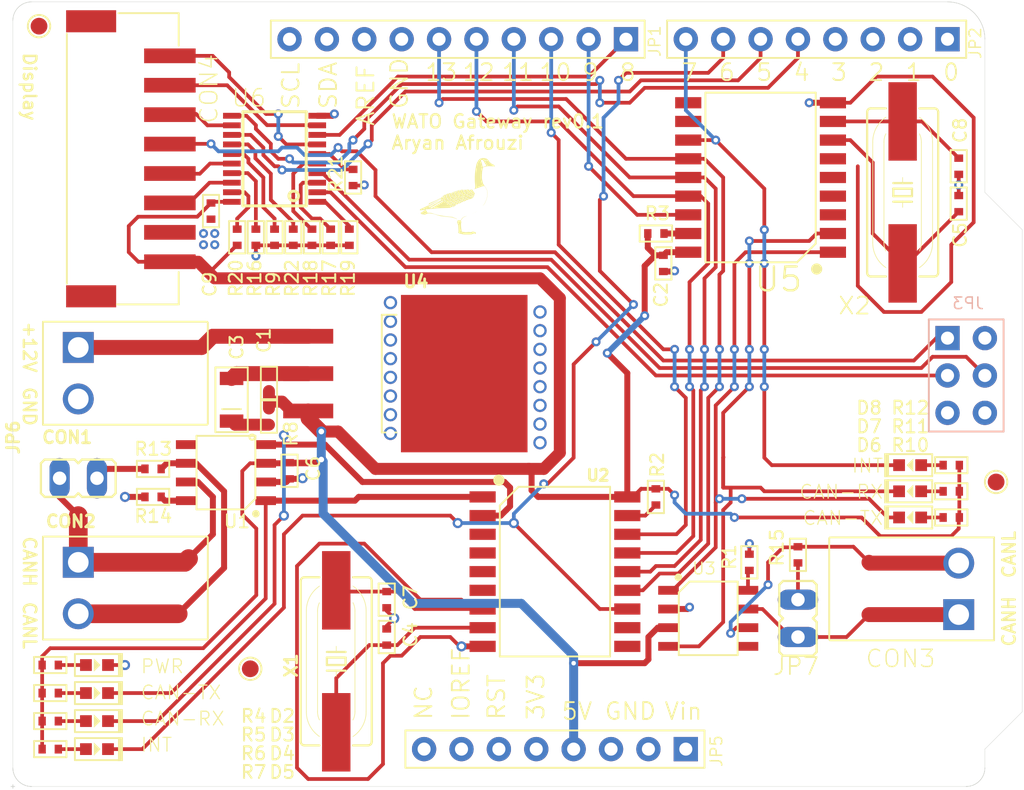
<source format=kicad_pcb>
(kicad_pcb (version 20221018) (generator pcbnew)
  (layers (0 "F.Cu" signal) (31 "B.Cu" signal) (35 "F.Paste" user) (36 "B.SilkS" user "B.Silkscreen") (37 "F.SilkS" user "F.Silkscreen") (38 "B.Mask" user) (39 "F.Mask" user) (44 "Edge.Cuts" user))
  (net 0 "")
  (net 1 "GND")
  (net 2 "IO0")
  (net 3 "VIN")
  (net 4 "N$16")
  (net 5 "N$17")
  (net 6 "RST_N")
  (net 7 "IO1")
  (net 8 "V+")
  (net 9 "RST")
  (net 10 "REF")
  (net 11 "ADC7")
  (net 12 "ADC6")
  (net 13 "IO3")
  (net 14 "MISO_A")
  (net 15 "MISO_B")
  (net 16 "MOSI_A")
  (net 17 "MOSI_B")
  (net 18 "SCK_A")
  (net 19 "SCK_B")
  (net 20 "+5V")
  (net 21 "+3V3")
  (net 22 "N$4")
  (net 23 "N$6")
  (net 24 "N$1")
  (net 25 "N$5")
  (net 26 "N$8")
  (net 27 "N$2")
  (net 28 "N$9")
  (net 29 "IO2")
  (net 30 "N$3")
  (net 31 "N$7")
  (net 32 "RST_N1")
  (net 33 "N$10")
  (net 34 "N$12")
  (net 35 "N$13")
  (net 36 "N$14")
  (net 37 "N$15")
  (net 38 "CANH_0")
  (net 39 "CANL_0")
  (net 40 "TX_CAN_0")
  (net 41 "RX_CAN_0")
  (net 42 "TX_CAN_1")
  (net 43 "RX_CAN_1")
  (net 44 "CANH_1")
  (net 45 "CANL_1")
  (net 46 "INT_0")
  (net 47 "INT_1")
  (net 48 "165_~{CS}")
  (net 49 "164_CS")
  (net 50 "LCD_~{CS}")
  (net 51 "N$11")
  (net 52 "N$18")
  (net 53 "N$20")
  (net 54 "N$21")
  (net 55 "N$22")
  (net 56 "N$23")
  (net 57 "N$24")
  (net 58 "N$25")
  (net 59 "N$26")
  (net 60 "N$27")
  (net 61 "N$28")
  (net 62 "CS_0")
  (net 63 "CS_1")
  (net 64 "N$19")
  (net 65 "N$29")
  (footprint "TP_4545" (layer "F.Cu") (at 181.08275 110.90295)
    (fp_text reference "TP2" hide)
    (fp_text value "" hide)
  )
  (footprint "R0402" (layer "F.Cu") (at 132.06075 94.26595 -90)
    (fp_text reference "R9")
    (fp_text value "10k" hide)
  )
  (footprint "R0402" (layer "F.Cu") (at 116.82075 129.06395 180)
    (fp_text reference "R7")
    (fp_text value "1k" hide)
  )
  (footprint "R0402" (layer "F.Cu") (at 164.31875 116.36395 90)
    (fp_text reference "R1")
    (fp_text value "47k" hide)
  )
  (footprint "R0402" (layer "F.Cu") (at 167.62075 115.85595 -90)
    (fp_text reference "R15")
    (fp_text value "120" hide)
  )
  (footprint "LED0603" (layer "F.Cu") (at 119.99575 123.34895 180)
    (fp_text reference "D2")
    (fp_text value "Green" hide)
  )
  (footprint "HC49UP" (layer "F.Cu") (at 174.73275 91.21795 -90)
    (fp_text reference "X2")
    (fp_text value "16MHz")
  )
  (footprint "PW_R-PDSO-G20" (layer "F.Cu") (at 132.06075 88.93195 90)
    (fp_text reference "U6")
    (fp_text value "74241PW")
  )
  (footprint "R0402" (layer "F.Cu") (at 123.80575 110.01395 180)
    (fp_text reference "R13")
    (fp_text value "120" hide)
  )
  (footprint "LED0603" (layer "F.Cu") (at 175.24075 109.75995)
    (fp_text reference "D8")
    (fp_text value "Blue" hide)
  )
  (footprint "JP1" (layer "F.Cu") (at 167.62075 120.17395)
    (fp_text reference "JP7")
    (fp_text value "")
  )
  (footprint "C0402" (layer "F.Cu") (at 178.54275 91.97995 -90)
    (fp_text reference "C5")
    (fp_text value "22p" hide)
  )
  (footprint "R0402" (layer "F.Cu") (at 137.14075 94.26595 -90)
    (fp_text reference "R19")
    (fp_text value "10k" hide)
  )
  (footprint "C0402" (layer "F.Cu") (at 131.67975 104.17195 90)
    (fp_text reference "C1")
    (fp_text value ".1u" hide)
  )
  (footprint "SOIC8-6.0" (layer "F.Cu") (at 161.52475 120.17395 -90)
    (fp_text reference "U3")
    (fp_text value "MCP2551")
  )
  (footprint "SOIC18" (layer "F.Cu") (at 165.08075 90.20195 90)
    (fp_text reference "U5")
    (fp_text value "MCP2515")
  )
  (footprint "C0402" (layer "F.Cu") (at 127.74275 92.48795 -90)
    (fp_text reference "C9")
    (fp_text value ".1u" hide)
  )
  (footprint "R0402" (layer "F.Cu") (at 133.33075 94.26595 -90)
    (fp_text reference "R22")
    (fp_text value "10k" hide)
  )
  (footprint "R0402" (layer "F.Cu") (at 116.82075 123.34895 180)
    (fp_text reference "R4")
    (fp_text value "1k" hide)
  )
  (footprint "R0402" (layer "F.Cu") (at 157.96875 111.91895 -90)
    (fp_text reference "R2")
    (fp_text value "10k" hide)
  )
  (footprint "LED0603" (layer "F.Cu") (at 119.99575 125.25395 180)
    (fp_text reference "D3")
    (fp_text value "Green" hide)
  )
  (footprint "ARDUINO_JP3" (layer "F.Cu") (at 114.28075 131.60395)
    (fp_text reference "JP3" hide)
    (fp_text value "ARDUINO_JP3" hide)
  )
  (footprint "LOGO" (layer "F.Cu") (at 144.478724 91.480572)
    (fp_text reference "G***" hide)
    (fp_text value "LOGO" hide)
  )
  (footprint "R0402" (layer "F.Cu") (at 137.39475 90.20195 -90)
    (fp_text reference "R21")
    (fp_text value "10k" hide)
  )
  (footprint "R0402" (layer "F.Cu") (at 178.03475 113.31595)
    (fp_text reference "R10")
    (fp_text value "1k" hide)
  )
  (footprint "LED0603" (layer "F.Cu") (at 175.24075 113.31595)
    (fp_text reference "D6")
    (fp_text value "Green" hide)
  )
  (footprint "C0402" (layer "F.Cu") (at 178.54275 89.43995 90)
    (fp_text reference "C8")
    (fp_text value "22p" hide)
  )
  (footprint "R0402" (layer "F.Cu") (at 131.67975 106.45795 -90)
    (fp_text reference "R8")
    (fp_text value ".3" hide)
  )
  (footprint "R0402" (layer "F.Cu") (at 123.80575 111.91895 180)
    (fp_text reference "R14")
    (fp_text value "47k" hide)
  )
  (footprint "C0402" (layer "F.Cu") (at 133.07675 110.14095 -90)
    (fp_text reference "C6")
    (fp_text value ".1u" hide)
  )
  (footprint "LED0603" (layer "F.Cu") (at 119.99575 127.15895 180)
    (fp_text reference "D4")
    (fp_text value "Red" hide)
  )
  (footprint "R0402" (layer "F.Cu") (at 135.87075 94.26595 -90)
    (fp_text reference "R17")
    (fp_text value "10k" hide)
  )
  (footprint "ARDUINO_JP2" (layer "F.Cu") (at 114.28075 131.60395)
    (fp_text reference "JP2" hide)
    (fp_text value "ARDUINO_JP2" hide)
  )
  (footprint "R0402" (layer "F.Cu") (at 116.82075 127.15895 180)
    (fp_text reference "R6")
    (fp_text value "1k" hide)
  )
  (footprint "ARDUINO_JP5" (layer "F.Cu") (at 114.28075 131.60395)
    (fp_text reference "JP5" hide)
    (fp_text value "ARDUINO_JP5" hide)
  )
  (footprint "C0402" (layer "F.Cu") (at 139.68075 118.90395 90)
    (fp_text reference "C7")
    (fp_text value "22p" hide)
  )
  (footprint "PHOENIX_2_45" (layer "F.Cu") (at 118.72575 116.36395 -90)
    (fp_text reference "CON2")
    (fp_text value "CON23.5MM" hide)
  )
  (footprint "R0402" (layer "F.Cu") (at 178.03475 111.53795)
    (fp_text reference "R11")
    (fp_text value "1k" hide)
  )
  (footprint "R0402" (layer "F.Cu") (at 129.52075 94.26595 90)
    (fp_text reference "R20")
    (fp_text value "10k" hide)
  )
  (footprint "TP_4545" (layer "F.Cu") (at 130.40975 123.60295)
    (fp_text reference "TP1" hide)
    (fp_text value "" hide)
  )
  (footprint "LED0603" (layer "F.Cu") (at 175.24075 111.53795)
    (fp_text reference "D7")
    (fp_text value "Red" hide)
  )
  (footprint "JP1" (layer "F.Cu") (at 118.72575 110.64895 -90)
    (fp_text reference "JP6")
    (fp_text value "")
  )
  (footprint "R0402" (layer "F.Cu") (at 130.79075 94.26595 -90)
    (fp_text reference "R16")
    (fp_text value "10k" hide)
  )
  (footprint "PH-8-SM" (layer "F.Cu") (at 124.94875 88.93195 90)
    (fp_text reference "CON4")
    (fp_text value "CON8" hide)
  )
  (footprint "C0402" (layer "F.Cu") (at 139.68075 121.44395 -90)
    (fp_text reference "C4")
    (fp_text value "22p" hide)
  )
  (footprint "PHOENIX_2_45" (layer "F.Cu") (at 178.54275 119.91995 90)
    (fp_text reference "CON3")
    (fp_text value "CON23.5MM" hide)
  )
  (footprint "SOIC8-6.0" (layer "F.Cu") (at 128.75875 110.26795 90)
    (fp_text reference "U1")
    (fp_text value "MCP2551")
  )
  (footprint "TP_4545" (layer "F.Cu") (at 116.05875 79.91495)
    (fp_text reference "TP3" hide)
    (fp_text value "" hide)
  )
  (footprint "R0402" (layer "F.Cu") (at 134.60075 94.26595 -90)
    (fp_text reference "R18")
    (fp_text value "10k" hide)
  )
  (footprint "PHOENIX_2_45" (layer "F.Cu") (at 118.72575 101.75895 -90)
    (fp_text reference "CON1")
    (fp_text value "CON23.5MM" hide)
  )
  (footprint "HC49UP" (layer "F.Cu") (at 136.25175 123.09495 90)
    (fp_text reference "X1")
    (fp_text value "16MHz")
  )
  (footprint "ARDUINO_JP1" (layer "F.Cu") (at 114.28075 131.60395)
    (fp_text reference "JP1" hide)
    (fp_text value "ARDUINO_JP1" hide)
  )
  (footprint "LED0603" (layer "F.Cu") (at 119.99575 129.06395 180)
    (fp_text reference "D5")
    (fp_text value "Blue" hide)
  )
  (footprint "R0402" (layer "F.Cu") (at 178.03475 109.75995)
    (fp_text reference "R12")
    (fp_text value "1k" hide)
  )
  (footprint "R0402" (layer "F.Cu") (at 116.82075 125.25395 180)
    (fp_text reference "R5")
    (fp_text value "1k" hide)
  )
  (footprint "TO-263" (layer "F.Cu") (at 134.34675 103.53695 -90)
    (fp_text reference "U4")
    (fp_text value "TL750M" hide)
  )
  (footprint "C0402" (layer "F.Cu") (at 158.47675 96.04395 -90)
    (fp_text reference "C2")
    (fp_text value ".1u" hide)
  )
  (footprint "SOIC18" (layer "F.Cu") (at 151.11075 116.99895 -90)
    (fp_text reference "U2")
    (fp_text value "MCP2515")
  )
  (footprint "R0402" (layer "F.Cu") (at 157.96875 94.01195)
    (fp_text reference "R3")
    (fp_text value "10k" hide)
  )
  (footprint "CP1206" (layer "F.Cu") (at 129.13975 105.31495 90)
    (fp_text reference "C3")
    (fp_text value "33u" hide)
  )
  (gr_line (start 114.15375 131.60395) (end 114.40775 131.60395) (stroke (width 0.05)) (layer "Edge.Cuts"))
  (gr_arc (start 115.55075 131.60395) (mid 114.652724 131.231976) (end 114.28075 130.33395) (stroke (width 0.0254)) (layer "Edge.Cuts"))
  (gr_arc (start 180.32075 130.33395) (mid 179.948776 131.231976) (end 179.05075 131.60395) (stroke (width 0.0254)) (layer "Edge.Cuts"))
  (gr_arc (start 180.32075 130.33395) (mid 179.948776 131.231976) (end 179.05075 131.60395) (stroke (width 0.0254)) (layer "Edge.Cuts"))
  (gr_line (start 114.28075 131.47695) (end 114.28075 131.73095) (stroke (width 0.05)) (layer "Edge.Cuts"))
  (gr_arc (start 114.28075 79.53395) (mid 114.652724 78.635924) (end 115.55075 78.26395) (stroke (width 0.0254)) (layer "Edge.Cuts"))
  (gr_arc (start 114.28075 79.53395) (mid 114.652724 78.635924) (end 115.55075 78.26395) (stroke (width 0.0254)) (layer "Edge.Cuts"))
  (gr_line (start 182.86075 93.75795) (end 180.32075 91.21795) (stroke (width 0.0254)) (layer "Edge.Cuts"))
  (gr_line (start 114.28075 79.53395) (end 114.28075 130.33395) (stroke (width 0.0254)) (layer "Edge.Cuts"))
  (gr_arc (start 180.32075 130.33395) (mid 179.948776 131.231976) (end 179.05075 131.60395) (stroke (width 0.0254)) (layer "Edge.Cuts"))
  (gr_arc (start 177.78075 78.26395) (mid 179.576801 79.007899) (end 180.32075 80.80395) (stroke (width 0.0254)) (layer "Edge.Cuts"))
  (gr_arc (start 177.78075 78.26395) (mid 179.576801 79.007899) (end 180.32075 80.80395) (stroke (width 0.0254)) (layer "Edge.Cuts"))
  (gr_line (start 180.32075 129.06395) (end 180.32075 130.33395) (stroke (width 0.0254)) (layer "Edge.Cuts"))
  (gr_arc (start 115.55075 131.60395) (mid 114.652724 131.231976) (end 114.28075 130.33395) (stroke (width 0.0254)) (layer "Edge.Cuts"))
  (gr_line (start 115.55075 131.60395) (end 179.05075 131.60395) (stroke (width 0.0254)) (layer "Edge.Cuts"))
  (gr_line (start 182.86075 93.75795) (end 182.86075 126.52395) (stroke (width 0.0254)) (layer "Edge.Cuts"))
  (gr_arc (start 177.78075 78.26395) (mid 179.576801 79.007899) (end 180.32075 80.80395) (stroke (width 0.0254)) (layer "Edge.Cuts"))
  (gr_arc (start 115.55075 131.60395) (mid 114.652724 131.231976) (end 114.28075 130.33395) (stroke (width 0.0254)) (layer "Edge.Cuts"))
  (gr_line (start 177.78075 78.26395) (end 115.55075 78.26395) (stroke (width 0.0254)) (layer "Edge.Cuts"))
  (gr_arc (start 115.55075 131.60395) (mid 114.652724 131.231976) (end 114.28075 130.33395) (stroke (width 0.0254)) (layer "Edge.Cuts"))
  (gr_line (start 180.32075 129.06395) (end 182.86075 126.52395) (stroke (width 0.0254)) (layer "Edge.Cuts"))
  (gr_arc (start 114.28075 79.53395) (mid 114.652724 78.635924) (end 115.55075 78.26395) (stroke (width 0.0254)) (layer "Edge.Cuts"))
  (gr_arc (start 180.32075 130.33395) (mid 179.948776 131.231976) (end 179.05075 131.60395) (stroke (width 0.0254)) (layer "Edge.Cuts"))
  (gr_line (start 180.32075 91.21795) (end 180.32075 80.80395) (stroke (width 0.0254)) (layer "Edge.Cuts"))
  (gr_text "CAN-RX" (at 173.46275 111.02995) (layer "F.SilkS") (effects (font (size 0.93472 0.93472) (thickness 0.08128)) (justify right top)))
  (gr_text "+12V" (at 114.91575 99.91745 270) (layer "F.SilkS") (effects (font (size 0.85344 0.85344) (thickness 0.16256)) (justify left bottom)))
  (gr_text "CANL" (at 114.91575 118.96745 270) (layer "F.SilkS") (effects (font (size 0.85344 0.85344) (thickness 0.16256)) (justify left bottom)))
  (gr_text "INT" (at 173.46275 109.25195) (layer "F.SilkS") (effects (font (size 0.93472 0.93472) (thickness 0.08128)) (justify right top)))
  (gr_text "PWR" (at 122.91675 123.98395) (layer "F.SilkS") (effects (font (size 0.93472 0.93472) (thickness 0.08128)) (justify left bottom)))
  (gr_text "GND" (at 114.91575 104.36245 270) (layer "F.SilkS") (effects (font (size 0.85344 0.85344) (thickness 0.16256)) (justify left bottom)))
  (gr_text "INT" (at 122.91675 129.31795) (layer "F.SilkS") (effects (font (size 0.93472 0.93472) (thickness 0.08128)) (justify left bottom)))
  (gr_text "WATO Gateway rev0.1\nAryan Afrouzi" (at 139.92952 88.370402) (layer "F.SilkS") (effects (font (size 0.9 0.9)) (justify left bottom)))
  (gr_text "CAN-TX" (at 173.46275 112.80795) (layer "F.SilkS") (effects (font (size 0.93472 0.93472) (thickness 0.08128)) (justify right top)))
  (gr_text "CAN-TX" (at 122.91675 125.76195) (layer "F.SilkS") (effects (font (size 0.93472 0.93472) (thickness 0.08128)) (justify left bottom)))
  (gr_text "Display" (at 114.91575 81.62945 270) (layer "F.SilkS") (effects (font (size 0.85344 0.85344) (thickness 0.16256)) (justify left bottom)))
  (gr_text "CANL" (at 181.46375 114.14145 90) (layer "F.SilkS") (effects (font (size 0.85344 0.85344) (thickness 0.16256)) (justify right top)))
  (gr_text "CANH" (at 114.91575 114.52245 270) (layer "F.SilkS") (effects (font (size 0.85344 0.85344) (thickness 0.16256)) (justify left bottom)))
  (gr_text "CANH" (at 181.46375 118.58645 90) (layer "F.SilkS") (effects (font (size 0.85344 0.85344) (thickness 0.16256)) (justify right top)))
  (gr_text "CAN-RX" (at 122.91675 127.53995) (layer "F.SilkS") (effects (font (size 0.93472 0.93472) (thickness 0.08128)) (justify left bottom)))
  (segment (start 159.19675 96.59395) (end 159.23875 96.55195) (width 0.4064) (layer "F.Cu") (net 1))
  (segment (start 132.06075 94.81595) (end 134.60075 94.81595) (width 0.254) (layer "F.Cu") (net 1))
  (segment (start 176.76475 83.34395) (end 179.55875 86.13795) (width 0.254) (layer "F.Cu") (net 1))
  (segment (start 178.54275 90.70995) (end 178.54275 89.98995) (width 0.254) (layer "F.Cu") (net 1))
  (segment (start 139.68075 120.68195) (end 140.18875 120.17395) (width 0.254) (layer "F.Cu") (net 1))
  (segment (start 158.82475 119.53895) (end 160.12775 119.53895) (width 0.4064) (layer "F.Cu") (net 1))
  (segment (start 134.60075 94.81595) (end 135.87075 94.81595) (width 0.254) (layer "F.Cu") (net 1))
  (segment (start 135.10875 115.09395) (end 138.15675 115.09395) (width 0.254) (layer "F.Cu") (net 1))
  (segment (start 131.45875 110.90295) (end 132.86475 110.90295) (width 0.4064) (layer "F.Cu") (net 1))
  (segment (start 178.03475 94.77395) (end 178.03475 97.31395) (width 0.254) (layer "F.Cu") (net 1))
  (segment (start 173.46275 99.34595) (end 171.68475 97.56795) (width 0.254) (layer "F.Cu") (net 1))
  (segment (start 169.99565 85.12195) (end 171.17675 85.12195) (width 0.254) (layer "F.Cu") (net 1))
  (segment (start 131.67975 103.62195) (end 131.63775 103.62195) (width 0.254) (layer "F.Cu") (net 1))
  (segment (start 138.11475 90.75195) (end 138.15675 90.70995) (width 0.254) (layer "F.Cu") (net 1))
  (segment (start 172.95475 83.34395) (end 176.76475 83.34395) (width 0.254) (layer "F.Cu") (net 1))
  (segment (start 123.25575 111.91895) (end 121.90075 111.91895) (width 0.4064) (layer "F.Cu") (net 1))
  (segment (start 139.68075 119.45395) (end 139.68075 119.66595) (width 0.254) (layer "F.Cu") (net 1))
  (segment (start 178.03475 97.31395) (end 176.00275 99.34595) (width 0.254) (layer "F.Cu") (net 1))
  (segment (start 129.46775 103.53695) (end 129.13975 103.86495) (width 1.016) (layer "F.Cu") (net 1))
  (segment (start 144.76075 122.07895) (end 144.63375 122.07895) (width 0.254) (layer "F.Cu") (net 1))
  (segment (start 139.42675 123.22195) (end 139.42675 130.07995) (width 0.254) (layer "F.Cu") (net 1))
  (segment (start 171.17675 85.12195) (end 172.95475 83.34395) (width 0.254) (layer "F.Cu") (net 1))
  (segment (start 164.31875 115.81395) (end 164.31875 115.09395) (width 0.254) (layer "F.Cu") (net 1))
  (segment (start 133.58475 116.61795) (end 135.10875 115.09395) (width 0.254) (layer "F.Cu") (net 1))
  (segment (start 139.68075 120.89395) (end 139.68075 120.68195) (width 0.254) (layer "F.Cu") (net 1))
  (segment (start 158.47675 96.59395) (end 159.19675 96.59395) (width 0.4064) (layer "F.Cu") (net 1))
  (segment (start 171.68475 97.56795) (end 171.68475 89.43995) (width 0.254) (layer "F.Cu") (net 1))
  (segment (start 141.96675 121.44395) (end 140.69675 122.71395) (width 0.254) (layer "F.Cu") (net 1))
  (segment (start 139.42675 130.07995) (end 138.41075 131.09595) (width 0.254) (layer "F.Cu") (net 1))
  (segment (start 146.19585 122.07895) (end 144.76075 122.07895) (width 0.4064) (layer "F.Cu") (net 1))
  (segment (start 133.07675 110.69095) (end 133.92375 110.69095) (width 0.4064) (layer "F.Cu") (net 1))
  (segment (start 134.34675 131.09595) (end 133.58475 130.33395) (width 0.254) (layer "F.Cu") (net 1))
  (segment (start 160.12775 119.53895) (end 160.25475 119.41195) (width 0.4064) (layer "F.Cu") (net 1))
  (segment (start 178.54275 91.42995) (end 178.54275 90.70995) (width 0.254) (layer "F.Cu") (net 1))
  (segment (start 137.39475 90.75195) (end 138.11475 90.75195) (width 0.254) (layer "F.Cu") (net 1))
  (segment (start 131.55275 103.53695) (end 129.46775 103.53695) (width 1.016) (layer "F.Cu") (net 1))
  (segment (start 120.74575 123.34895) (end 121.90075 123.34895) (width 0.254) (layer "F.Cu") (net 1))
  (segment (start 139.68075 119.66595) (end 140.18875 120.17395) (width 0.254) (layer "F.Cu") (net 1))
  (segment (start 132.06075 94.81595) (end 130.79075 94.81595) (width 0.254) (layer "F.Cu") (net 1))
  (segment (start 130.79075 94.81595) (end 130.79075 95.53595) (width 0.254) (layer "F.Cu") (net 1))
  (segment (start 131.55275 103.53695) (end 134.34675 103.53695) (width 1.016) (layer "F.Cu") (net 1))
  (segment (start 138.15675 115.09395) (end 141.96675 118.90395) (width 0.254) (layer "F.Cu") (net 1))
  (segment (start 179.55875 86.13795) (end 179.55875 93.24995) (width 0.254) (layer "F.Cu") (net 1))
  (segment (start 168.38275 85.12195) (end 169.99565 85.12195) (width 0.4064) (layer "F.Cu") (net 1))
  (segment (start 139.93475 122.71395) (end 139.42675 123.22195) (width 0.254) (layer "F.Cu") (net 1))
  (segment (start 131.63775 103.62195) (end 131.55275 103.53695) (width 0.254) (layer "F.Cu") (net 1))
  (segment (start 144.63375 122.07895) (end 143.99875 121.44395) (width 0.254) (layer "F.Cu") (net 1))
  (segment (start 138.41075 131.09595) (end 134.34675 131.09595) (width 0.254) (layer "F.Cu") (net 1))
  (segment (start 141.96675 118.90395) (end 144.76075 118.90395) (width 0.254) (layer "F.Cu") (net 1))
  (segment (start 133.58475 130.33395) (end 133.58475 116.61795) (width 0.254) (layer "F.Cu") (net 1))
  (segment (start 132.86475 110.90295) (end 133.07675 110.69095) (width 0.4064) (layer "F.Cu") (net 1))
  (segment (start 135.87075 94.81595) (end 137.14075 94.81595) (width 0.254) (layer "F.Cu") (net 1))
  (segment (start 179.55875 93.24995) (end 178.03475 94.77395) (width 0.254) (layer "F.Cu") (net 1))
  (segment (start 143.99875 121.44395) (end 141.96675 121.44395) (width 0.254) (layer "F.Cu") (net 1))
  (segment (start 133.92375 110.69095) (end 133.96575 110.64895) (width 0.254) (layer "F.Cu") (net 1))
  (segment (start 134.96075 86.00695) (end 136.00175 86.00695) (width 0.4064) (layer "F.Cu") (net 1))
  (segment (start 136.00175 86.00695) (end 136.12475 85.88395) (width 0.4064) (layer "F.Cu") (net 1))
  (segment (start 176.00275 99.34595) (end 173.46275 99.34595) (width 0.254) (layer "F.Cu") (net 1))
  (segment (start 140.69675 122.71395) (end 139.93475 122.71395) (width 0.254) (layer "F.Cu") (net 1))
  (via (at 133.96575 110.64895) (size 0.6858) (drill 0.381) (layers "F.Cu" "B.Cu") (net 1))
  (via (at 150.09475 100.61595) (size 0.9048) (drill 0.6) (layers "F.Cu" "B.Cu") (net 1))
  (via (at 127.99675 94.01195) (size 0.6096) (drill 0.3048) (layers "F.Cu" "B.Cu") (net 1))
  (via (at 150.09475 104.42595) (size 0.9048) (drill 0.6) (layers "F.Cu" "B.Cu") (net 1))
  (via (at 139.93475 98.71095) (size 0.9048) (drill 0.6) (layers "F.Cu" "B.Cu") (net 1))
  (via (at 138.15675 90.70995) (size 0.6096) (drill 0.3048) (layers "F.Cu" "B.Cu") (net 1))
  (via (at 121.90075 111.91895) (size 0.6858) (drill 0.381) (layers "F.Cu" "B.Cu") (net 1))
  (via (at 121.90075 123.34895) (size 0.6858) (drill 0.381) (layers "F.Cu" "B.Cu") (net 1))
  (via (at 139.93475 103.79095) (size 0.9048) (drill 0.6) (layers "F.Cu" "B.Cu") (net 1))
  (via (at 164.31875 115.09395) (size 0.6096) (drill 0.3048) (layers "F.Cu" "B.Cu") (net 1))
  (via (at 150.09475 103.15595) (size 0.9048) (drill 0.6) (layers "F.Cu" "B.Cu") (net 1))
  (via (at 139.93475 101.25095) (size 0.9048) (drill 0.6) (layers "F.Cu" "B.Cu") (net 1))
  (via (at 127.23475 94.01195) (size 0.6096) (drill 0.3048) (layers "F.Cu" "B.Cu") (net 1))
  (via (at 144.76075 122.07895) (size 0.6858) (drill 0.381) (layers "F.Cu" "B.Cu") (net 1))
  (via (at 139.93475 102.52095) (size 0.9048) (drill 0.6) (layers "F.Cu" "B.Cu") (net 1))
  (via (at 150.09475 99.34595) (size 0.9048) (drill 0.6) (layers "F.Cu" "B.Cu") (net 1))
  (via (at 160.25475 119.41195) (size 0.6096) (drill 0.3048) (layers "F.Cu" "B.Cu") (net 1))
  (via (at 150.09475 105.69595) (size 0.9048) (drill 0.6) (layers "F.Cu" "B.Cu") (net 1))
  (via (at 159.23875 96.55195) (size 0.6096) (drill 0.3048) (layers "F.Cu" "B.Cu") (net 1))
  (via (at 136.12475 85.88395) (size 0.6096) (drill 0.3048) (layers "F.Cu" "B.Cu") (net 1))
  (via (at 139.93475 106.33095) (size 0.9048) (drill 0.6) (layers "F.Cu" "B.Cu") (net 1))
  (via (at 127.99675 94.77395) (size 0.6096) (drill 0.3048) (layers "F.Cu" "B.Cu") (net 1))
  (via (at 168.38275 85.12195) (size 0.6096) (drill 0.3048) (layers "F.Cu" "B.Cu") (net 1))
  (via (at 140.18875 120.17395) (size 0.6858) (drill 0.381) (layers "F.Cu" "B.Cu") (net 1))
  (via (at 178.54275 90.70995) (size 0.6096) (drill 0.3048) (layers "F.Cu" "B.Cu") (net 1))
  (via (at 139.93475 99.98095) (size 0.9048) (drill 0.6) (layers "F.Cu" "B.Cu") (net 1))
  (via (at 130.79075 95.53595) (size 0.6096) (drill 0.3048) (layers "F.Cu" "B.Cu") (net 1))
  (via (at 139.93475 107.60095) (size 0.9048) (drill 0.6) (layers "F.Cu" "B.Cu") (net 1))
  (via (at 139.93475 105.06095) (size 0.9048) (drill 0.6) (layers "F.Cu" "B.Cu") (net 1))
  (via (at 150.09475 106.96595) (size 0.9048) (drill 0.6) (layers "F.Cu" "B.Cu") (net 1))
  (via (at 127.23475 94.77395) (size 0.6096) (drill 0.3048) (layers "F.Cu" "B.Cu") (net 1))
  (via (at 150.09475 101.88595) (size 0.9048) (drill 0.6) (layers "F.Cu" "B.Cu") (net 1))
  (via (at 150.09475 108.23595) (size 0.9048) (drill 0.6) (layers "F.Cu" "B.Cu") (net 1))
  (segment (start 139.68075 118.35395) (end 136.33675 118.35395) (width 0.254) (layer "F.Cu") (net 4))
  (segment (start 141.58575 119.53895) (end 140.40075 118.35395) (width 0.254) (layer "F.Cu") (net 4))
  (segment (start 136.33675 118.35395) (end 136.25175 118.26895) (width 0.254) (layer "F.Cu") (net 4))
  (segment (start 139.68075 118.35395) (end 140.40075 118.35395) (width 0.254) (layer "F.Cu") (net 4))
  (segment (start 146.19585 119.53895) (end 141.58575 119.53895) (width 0.254) (layer "F.Cu") (net 4))
  (segment (start 146.19585 120.80895) (end 141.58575 120.80895) (width 0.254) (layer "F.Cu") (net 5))
  (segment (start 139.68075 121.99395) (end 140.40075 121.99395) (width 0.254) (layer "F.Cu") (net 5))
  (segment (start 139.68075 121.99395) (end 138.49575 121.99395) (width 0.254) (layer "F.Cu") (net 5))
  (segment (start 136.25175 124.23795) (end 138.49575 121.99395) (width 0.254) (layer "F.Cu") (net 5))
  (segment (start 136.25175 127.92095) (end 136.25175 124.23795) (width 0.254) (layer "F.Cu") (net 5))
  (segment (start 141.58575 120.80895) (end 140.40075 121.99395) (width 0.254) (layer "F.Cu") (net 5))
  (segment (start 156.02565 113.18895) (end 157.24875 113.18895) (width 0.254) (layer "F.Cu") (net 6))
  (segment (start 157.24875 113.18895) (end 157.96875 112.46895) (width 0.254) (layer "F.Cu") (net 6))
  (segment (start 127.86975 100.99695) (end 127.10775 101.75895) (width 1.016) (layer "F.Cu") (net 8))
  (segment (start 127.10775 101.75895) (end 118.72575 101.75895) (width 1.016) (layer "F.Cu") (net 8))
  (segment (start 134.34675 100.99695) (end 127.86975 100.99695) (width 1.016) (layer "F.Cu") (net 8))
  (segment (start 138.91875 89.69395) (end 137.64875 88.42395) (width 0.254) (layer "F.Cu") (net 14))
  (segment (start 136.63275 88.42395) (end 136.37875 88.16995) (width 0.254) (layer "F.Cu") (net 14))
  (segment (start 124.96475 87.91595) (end 124.94875 87.93195) (width 0.254) (layer "F.Cu") (net 14))
  (segment (start 177.78075 101.12395) (end 177.01875 101.12395) (width 0.254) (layer "F.Cu") (net 14))
  (segment (start 137.64875 88.42395) (end 136.63275 88.42395) (width 0.254) (layer "F.Cu") (net 14))
  (segment (start 138.91875 91.47195) (end 138.91875 89.69395) (width 0.254) (layer "F.Cu") (net 14))
  (segment (start 175.49475 102.64795) (end 158.47675 102.64795) (width 0.254) (layer "F.Cu") (net 14))
  (segment (start 142.72875 95.28195) (end 138.91875 91.47195) (width 0.254) (layer "F.Cu") (net 14))
  (segment (start 177.01875 101.12395) (end 175.49475 102.64795) (width 0.254) (layer "F.Cu") (net 14))
  (segment (start 151.11075 95.28195) (end 142.72875 95.28195) (width 0.254) (layer "F.Cu") (net 14))
  (segment (start 158.47675 102.64795) (end 151.11075 95.28195) (width 0.254) (layer "F.Cu") (net 14))
  (segment (start 127.74275 87.91595) (end 124.96475 87.91595) (width 0.254) (layer "F.Cu") (net 14))
  (via (at 127.74275 87.91595) (size 0.6096) (drill 0.3048) (layers "F.Cu" "B.Cu") (net 14))
  (via (at 136.37875 88.16995) (size 0.6096) (drill 0.3048) (layers "F.Cu" "B.Cu") (net 14))
  (segment (start 133.58475 88.16995) (end 132.56875 88.16995) (width 0.254) (layer "B.Cu") (net 14))
  (segment (start 134.09275 88.67795) (end 133.58475 88.16995) (width 0.254) (layer "B.Cu") (net 14))
  (segment (start 132.56875 88.16995) (end 132.31475 88.42395) (width 0.254) (layer "B.Cu") (net 14))
  (segment (start 128.25075 88.42395) (end 127.74275 87.91595) (width 0.254) (layer "B.Cu") (net 14))
  (segment (start 132.31475 88.42395) (end 128.25075 88.42395) (width 0.254) (layer "B.Cu") (net 14))
  (segment (start 135.87075 88.67795) (end 134.09275 88.67795) (width 0.254) (layer "B.Cu") (net 14))
  (segment (start 136.37875 88.16995) (end 135.87075 88.67795) (width 0.254) (layer "B.Cu") (net 14))
  (segment (start 160.25475 97.31395) (end 161.52475 96.04395) (width 0.254) (layer "F.Cu") (net 15))
  (segment (start 160.50875 114.58595) (end 160.50875 104.67995) (width 0.254) (layer "F.Cu") (net 15))
  (segment (start 159.36575 115.72895) (end 160.50875 114.58595) (width 0.254) (layer "F.Cu") (net 15))
  (segment (start 156.02565 115.72895) (end 159.36575 115.72895) (width 0.254) (layer "F.Cu") (net 15))
  (segment (start 161.01675 91.47195) (end 160.16585 91.47195) (width 0.254) (layer "F.Cu") (net 15))
  (segment (start 161.01675 91.47195) (end 161.52475 91.97995) (width 0.254) (layer "F.Cu") (net 15))
  (segment (start 160.16585 91.47195) (end 156.44475 91.47195) (width 0.254) (layer "F.Cu") (net 15))
  (segment (start 161.52475 91.97995) (end 161.52475 96.04395) (width 0.254) (layer "F.Cu") (net 15))
  (segment (start 151.36475 86.39195) (end 146.46255 86.39195) (width 0.254) (layer "F.Cu") (net 15))
  (segment (start 146.46255 86.39195) (end 145.77675 85.70615) (width 0.254) (layer "F.Cu") (net 15))
  (segment (start 160.25475 101.88595) (end 160.25475 97.31395) (width 0.254) (layer "F.Cu") (net 15))
  (segment (start 156.44475 91.47195) (end 151.36475 86.39195) (width 0.254) (layer "F.Cu") (net 15))
  (segment (start 160.50875 104.67995) (end 160.25475 104.42595) (width 0.254) (layer "F.Cu") (net 15))
  (via (at 160.25475 104.42595) (size 0.6096) (drill 0.3048) (layers "F.Cu" "B.Cu") (net 15))
  (via (at 145.77675 85.70615) (size 0.6096) (drill 0.3048) (layers "F.Cu" "B.Cu") (net 15))
  (via (at 160.25475 101.88595) (size 0.6096) (drill 0.3048) (layers "F.Cu" "B.Cu") (net 15))
  (segment (start 160.25475 104.42595) (end 160.25475 101.88595) (width 0.254) (layer "B.Cu") (net 15))
  (segment (start 145.77675 80.80395) (end 145.77675 85.70615) (width 0.254) (layer "B.Cu") (net 15))
  (segment (start 180.32075 103.66395) (end 179.05075 102.39395) (width 0.254) (layer "F.Cu") (net 16))
  (segment (start 158.22275 103.15595) (end 150.85675 95.78995) (width 0.254) (layer "F.Cu") (net 16))
  (segment (start 135.32175 89.90695) (end 141.20475 95.78995) (width 0.254) (layer "F.Cu") (net 16))
  (segment (start 134.96075 89.90695) (end 135.32175 89.90695) (width 0.254) (layer "F.Cu") (net 16))
  (segment (start 150.85675 95.78995) (end 141.20475 95.78995) (width 0.254) (layer "F.Cu") (net 16))
  (segment (start 179.05075 102.39395) (end 176.76475 102.39395) (width 0.254) (layer "F.Cu") (net 16))
  (segment (start 176.76475 102.39395) (end 176.00275 103.15595) (width 0.254) (layer "F.Cu") (net 16))
  (segment (start 176.00275 103.15595) (end 158.22275 103.15595) (width 0.254) (layer "F.Cu") (net 16))
  (segment (start 161.01675 104.67995) (end 161.27075 104.42595) (width 0.254) (layer "F.Cu") (net 17))
  (segment (start 160.16585 90.20195) (end 156.19075 90.20195) (width 0.254) (layer "F.Cu") (net 17))
  (segment (start 157.96875 116.61795) (end 159.23875 116.61795) (width 0.254) (layer "F.Cu") (net 17))
  (segment (start 162.03275 90.96395) (end 161.27075 90.20195) (width 0.254) (layer "F.Cu") (net 17))
  (segment (start 161.01675 114.83995) (end 161.01675 104.67995) (width 0.254) (layer "F.Cu") (net 17))
  (segment (start 148.57075 85.37595) (end 148.31675 85.62995) (width 0.254) (layer "F.Cu") (net 17))
  (segment (start 162.03275 96.29795) (end 162.03275 90.96395) (width 0.254) (layer "F.Cu") (net 17))
  (segment (start 159.23875 116.61795) (end 161.01675 114.83995) (width 0.254) (layer "F.Cu") (net 17))
  (segment (start 160.16585 90.20195) (end 160.16585 90.11305) (width 0.254) (layer "F.Cu") (net 17))
  (segment (start 151.36475 85.37595) (end 148.57075 85.37595) (width 0.254) (layer "F.Cu") (net 17))
  (segment (start 157.58775 116.99895) (end 157.96875 116.61795) (width 0.254) (layer "F.Cu") (net 17))
  (segment (start 161.27075 90.20195) (end 160.16585 90.20195) (width 0.254) (layer "F.Cu") (net 17))
  (segment (start 156.02565 116.99895) (end 157.58775 116.99895) (width 0.254) (layer "F.Cu") (net 17))
  (segment (start 161.27075 101.88595) (end 161.27075 97.05995) (width 0.254) (layer "F.Cu") (net 17))
  (segment (start 156.19075 90.20195) (end 151.36475 85.37595) (width 0.254) (layer "F.Cu") (net 17))
  (segment (start 161.27075 97.05995) (end 162.03275 96.29795) (width 0.254) (layer "F.Cu") (net 17))
  (segment (start 160.16585 90.11305) (end 160.00075 89.94795) (width 0.254) (layer "F.Cu") (net 17))
  (via (at 161.27075 101.88595) (size 0.6096) (drill 0.3048) (layers "F.Cu" "B.Cu") (net 17))
  (via (at 148.31675 85.62995) (size 0.6096) (drill 0.3048) (layers "F.Cu" "B.Cu") (net 17))
  (via (at 161.27075 104.42595) (size 0.6096) (drill 0.3048) (layers "F.Cu" "B.Cu") (net 17))
  (segment (start 161.27075 104.42595) (end 161.27075 101.88595) (width 0.254) (layer "B.Cu") (net 17))
  (segment (start 148.31675 80.80395) (end 148.31675 85.62995) (width 0.254) (layer "B.Cu") (net 17))
  (segment (start 150.60275 96.29795) (end 140.95075 96.29795) (width 0.254) (layer "F.Cu") (net 18))
  (segment (start 134.96075 91.20695) (end 135.85975 91.20695) (width 0.254) (layer "F.Cu") (net 18))
  (segment (start 135.85975 91.20695) (end 140.95075 96.29795) (width 0.254) (layer "F.Cu") (net 18))
  (segment (start 177.78075 103.66395) (end 157.96875 103.66395) (width 0.254) (layer "F.Cu") (net 18))
  (segment (start 157.96875 103.66395) (end 150.60275 96.29795) (width 0.254) (layer "F.Cu") (net 18))
  (segment (start 161.52475 105.18795) (end 162.28675 104.42595) (width 0.254) (layer "F.Cu") (net 19))
  (segment (start 143.49075 84.86795) (end 143.23675 85.12195) (width 0.254) (layer "F.Cu") (net 19))
  (segment (start 161.52475 115.09395) (end 161.52475 105.18795) (width 0.254) (layer "F.Cu") (net 19))
  (segment (start 162.28675 96.80595) (end 162.54075 96.55195) (width 0.254) (layer "F.Cu") (net 19))
  (segment (start 159.49275 117.12595) (end 161.52475 115.09395) (width 0.254) (layer "F.Cu") (net 19))
  (segment (start 157.07975 118.26895) (end 158.22275 117.12595) (width 0.254) (layer "F.Cu") (net 19))
  (segment (start 151.87275 84.86795) (end 143.49075 84.86795) (width 0.254) (layer "F.Cu") (net 19))
  (segment (start 160.16585 88.93195) (end 155.93675 88.93195) (width 0.254) (layer "F.Cu") (net 19))
  (segment (start 161.27075 88.93195) (end 160.16585 88.93195) (width 0.254) (layer "F.Cu") (net 19))
  (segment (start 162.28675 101.88595) (end 162.28675 96.80595) (width 0.254) (layer "F.Cu") (net 19))
  (segment (start 156.02565 118.26895) (end 157.07975 118.26895) (width 0.254) (layer "F.Cu") (net 19))
  (segment (start 162.54075 96.55195) (end 162.54075 90.20195) (width 0.254) (layer "F.Cu") (net 19))
  (segment (start 155.93675 88.93195) (end 151.87275 84.86795) (width 0.254) (layer "F.Cu") (net 19))
  (segment (start 158.22275 117.12595) (end 159.49275 117.12595) (width 0.254) (layer "F.Cu") (net 19))
  (segment (start 162.54075 90.20195) (end 161.27075 88.93195) (width 0.254) (layer "F.Cu") (net 19))
  (via (at 162.28675 101.88595) (size 0.6096) (drill 0.3048) (layers "F.Cu" "B.Cu") (net 19))
  (via (at 143.23675 85.12195) (size 0.6096) (drill 0.3048) (layers "F.Cu" "B.Cu") (net 19))
  (via (at 162.28675 104.42595) (size 0.6096) (drill 0.3048) (layers "F.Cu" "B.Cu") (net 19))
  (segment (start 143.23675 80.80395) (end 143.23675 85.12195) (width 0.254) (layer "B.Cu") (net 19))
  (segment (start 162.28675 104.42595) (end 162.28675 101.88595) (width 0.254) (layer "B.Cu") (net 19))
  (segment (start 149.96775 111.91895) (end 149.52325 111.47445) (width 0.4064) (layer "F.Cu") (net 20))
  (segment (start 127.211949 122.20595) (end 130.819188 118.598711) (width 0.254) (layer "F.Cu") (net 20))
  (segment (start 133.07675 109.59095) (end 135.02375 109.59095) (width 0.4064) (layer "F.Cu") (net 20))
  (segment (start 156.02565 103.49885) (end 154.66675 102.13995) (width 0.4064) (layer "F.Cu") (net 20))
  (segment (start 149.33275 110.01395) (end 138.91875 110.01395) (width 0.8128) (layer "F.Cu") (net 20))
  (segment (start 135.23575 107.47395) (end 136.37875 107.47395) (width 0.8128) (layer "F.Cu") (net 20))
  (segment (start 156.02565 111.91895) (end 156.02565 103.49885) (width 0.4064) (layer "F.Cu") (net 20))
  (segment (start 133.20375 106.07695) (end 132.56875 105.44195) (width 0.8128) (layer "F.Cu") (net 20))
  (segment (start 136.37875 107.47395) (end 138.91875 110.01395) (width 0.8128) (layer "F.Cu") (net 20))
  (segment (start 130.819188 114.07008) (end 129.866461 113.117353) (width 0.254) (layer "F.Cu") (net 20))
  (segment (start 129.866461 113.117353) (end 129.866461 110.163814) (width 0.254) (layer "F.Cu") (net 20))
  (segment (start 134.34675 106.58495) (end 135.23575 107.47395) (width 1.016) (layer "F.Cu") (net 20))
  (segment (start 158.81575 111.36895) (end 159.23875 111.79195) (width 0.254) (layer "F.Cu") (net 20))
  (segment (start 157.20675 99.59995) (end 157.20675 96.21395) (width 0.4064) (layer "F.Cu") (net 20))
  (segment (start 124.94875 95.93195) (end 126.86875 95.93195) (width 0.8128) (layer "F.Cu") (net 20))
  (segment (start 158.68875 95.28195) (end 158.47675 95.49395) (width 0.4064) (layer "F.Cu") (net 20))
  (segment (start 135.02375 109.59095) (end 135.23575 109.37895) (width 0.4064) (layer "F.Cu") (net 20))
  (segment (start 163.30275 113.31595) (end 171.93875 113.31595) (width 0.254) (layer "F.Cu") (net 20))
  (segment (start 122.15475 95.28195) (end 122.15475 93.50395) (width 0.254) (layer "F.Cu") (net 20))
  (segment (start 178.54275 113.35795) (end 178.58475 113.31595) (width 0.254) (layer "F.Cu") (net 20))
  (segment (start 157.20675 123.22195) (end 152.38075 123.22195) (width 0.4064) (layer "F.Cu") (net 20))
  (segment (start 131.45875 109.63295) (end 134.30475 109.63295) (width 0.4064) (layer "F.Cu") (net 20))
  (segment (start 122.78975 92.86895) (end 126.81175 92.86895) (width 0.254) (layer "F.Cu") (net 20))
  (segment (start 131.67975 104.72195) (end 131.67975 105.90795) (width 0.8128) (layer "F.Cu") (net 20))
  (segment (start 156.9667 111.36895) (end 157.96875 111.36895) (width 0.26) (layer "F.Cu") (net 20))
  (segment (start 178.03475 114.58595) (end 178.54275 114.07795) (width 0.254) (layer "F.Cu") (net 20))
  (segment (start 127.74275 91.93795) (end 126.81175 92.86895) (width 0.254) (layer "F.Cu") (net 20))
  (segment (start 127.82375 91.85695) (end 127.74275 91.93795) (width 0.254) (layer "F.Cu") (net 20))
  (segment (start 129.52075 94.81595) (end 129.47875 94.81595) (width 0.254) (layer "F.Cu") (net 20))
  (segment (start 116.27075 127.15895) (end 116.27075 125.25395) (width 0.254) (layer "F.Cu") (net 20))
  (segment (start 116.27075 125.25395) (end 116.27075 123.34895) (width 0.254) (layer "F.Cu") (net 20))
  (segment (start 131.67975 105.90795) (end 131.67975 105.56895) (width 0.254) (layer "F.Cu") (net 20))
  (segment (start 125.09075 95.78995) (end 124.94875 95.93195) (width 0.254) (layer "F.Cu") (net 20))
  (segment (start 157.92675 95.49395) (end 157.41875 94.98595) (width 0.4064) (layer "F.Cu") (net 20))
  (segment (start 116.27075 129.06395) (end 116.27075 127.15895) (width 0.254) (layer "F.Cu") (net 20))
  (segment (start 178.58475 109.75995) (end 178.58475 111.53795) (width 0.254) (layer "F.Cu") (net 20))
  (segment (start 131.67975 105.56895) (end 131.80675 105.44195) (width 0.254) (layer "F.Cu") (net 20))
  (segment (start 122.80475 95.93195) (end 124.94875 95.93195) (width 0.254) (layer "F.Cu") (net 20))
  (segment (start 149.52325 111.47445) (end 149.52325 110.20445) (width 0.4064) (layer "F.Cu") (net 20))
  (segment (start 158.82475 120.80895) (end 158.09575 120.80895) (width 0.4064) (layer "F.Cu") (net 20))
  (segment (start 129.47875 94.81595) (end 127.61575 96.67895) (width 0.254) (layer "F.Cu") (net 20))
  (segment (start 134.30475 109.63295) (end 133.07675 109.59095) (width 0.4064) (layer "F.Cu") (net 20))
  (segment (start 134.34675 106.07695) (end 133.20375 106.07695) (width 0.8128) (layer "F.Cu") (net 20))
  (segment (start 157.41875 94.98595) (end 157.41875 94.01195) (width 0.4064) (layer "F.Cu") (net 20))
  (segment (start 156.02565 111.91895) (end 156.4167 111.91895) (width 0.26) (layer "F.Cu") (net 20))
  (segment (start 116.27075 122.75595) (end 116.82075 122.20595) (width 0.254) (layer "F.Cu") (net 20))
  (segment (start 131.80675 105.44195) (end 132.56875 105.44195) (width 0.8128) (layer "F.Cu") (net 20))
  (segment (start 116.82075 122.20595) (end 127.211949 122.20595) (width 0.254) (layer "F.Cu") (net 20))
  (segment (start 130.819188 118.598711) (end 130.819188 114.07008) (width 0.254) (layer "F.Cu") (net 20))
  (segment (start 178.58475 113.31595) (end 178.58475 111.53795) (width 0.254) (layer "F.Cu") (net 20))
  (segment (start 157.46075 122.96795) (end 157.20675 123.22195) (width 0.4064) (layer "F.Cu") (net 20))
  (segment (start 149.96775 111.91895) (end 156.02565 111.91895) (width 0.4064) (layer "F.Cu") (net 20))
  (segment (start 127.99675 97.05995) (end 150.09475 97.05995) (width 0.8128) (layer "F.Cu") (net 20))
  (segment (start 127.61575 96.67895) (end 126.86875 95.93195) (width 0.8128) (layer "F.Cu") (net 20))
  (segment (start 122.15475 93.50395) (end 122.78975 92.86895) (width 0.254) (layer "F.Cu") (net 20))
  (segment (start 160.16585 95.28195) (end 158.68875 95.28195) (width 0.4064) (layer "F.Cu") (net 20))
  (segment (start 134.34675 106.58495) (end 134.34675 106.07695) (width 1.016) (layer "F.Cu") (net 20))
  (segment (start 158.09575 120.80895) (end 157.46075 121.44395) (width 0.4064) (layer "F.Cu") (net 20))
  (segment (start 157.20675 96.21395) (end 157.92675 95.49395) (width 0.4064) (layer "F.Cu") (net 20))
  (segment (start 127.61575 96.67895) (end 127.99675 97.05995) (width 0.8128) (layer "F.Cu") (net 20))
  (segment (start 150.34875 110.01395) (end 151.44095 108.92175) (width 0.8128) (layer "F.Cu") (net 20))
  (segment (start 157.46075 121.44395) (end 157.46075 122.96795) (width 0.4064) (layer "F.Cu") (net 20))
  (segment (start 130.397325 109.63295) (end 131.45875 109.63295) (width 0.254) (layer "F.Cu") (net 20))
  (segment (start 171.93875 113.31595) (end 173.20875 114.58595) (width 0.254) (layer "F.Cu") (net 20))
  (segment (start 157.96875 111.36895) (end 158.81575 111.36895) (width 0.254) (layer "F.Cu") (net 20))
  (segment (start 122.80475 95.93195) (end 122.15475 95.28195) (width 0.254) (layer "F.Cu") (net 20))
  (segment (start 129.866461 110.163814) (end 130.397325 109.63295) (width 0.254) (layer "F.Cu") (net 20))
  (segment (start 151.44095 108.92175) (end 151.44095 98.40615) (width 0.8128) (layer "F.Cu") (net 20))
  (segment (start 116.27075 123.34895) (end 116.27075 122.75595) (width 0.254) (layer "F.Cu") (net 20))
  (segment (start 178.54275 114.07795) (end 178.54275 113.35795) (width 0.254) (layer "F.Cu") (net 20))
  (segment (start 129.16075 91.85695) (end 127.82375 91.85695) (width 0.254) (layer "F.Cu") (net 20))
  (segment (start 173.20875 114.58595) (end 178.03475 114.58595) (width 0.254) (layer "F.Cu") (net 20))
  (segment (start 149.52325 110.20445) (end 149.33275 110.01395) (width 0.4064) (layer "F.Cu") (net 20))
  (segment (start 156.4167 111.91895) (end 156.9667 111.36895) (width 0.26) (layer "F.Cu") (net 20))
  (segment (start 151.44095 98.40615) (end 150.09475 97.05995) (width 0.8128) (layer "F.Cu") (net 20))
  (segment (start 157.92675 95.49395) (end 158.47675 95.49395) (width 0.4064) (layer "F.Cu") (net 20))
  (segment (start 149.33275 110.01395) (end 150.34875 110.01395) (width 0.8128) (layer "F.Cu") (net 20))
  (via (at 157.20675 99.59995) (size 0.6096) (drill 0.3048) (layers "F.Cu" "B.Cu") (net 20))
  (via (at 154.66675 102.13995) (size 0.6096) (drill 0.3048) (layers "F.Cu" "B.Cu") (net 20))
  (via (at 163.30275 113.31595) (size 0.6096) (drill 0.3048) (layers "F.Cu" "B.Cu") (net 20))
  (via (at 135.23575 109.37895) (size 0.6858) (drill 0.381) (layers "F.Cu" "B.Cu") (net 20))
  (via (at 135.23575 107.47395) (size 0.6858) (drill 0.381) (layers "F.Cu" "B.Cu") (net 20))
  (via (at 159.23875 111.79195) (size 0.6096) (drill 0.3048) (layers "F.Cu" "B.Cu") (net 20))
  (via (at 152.38075 123.22195) (size 0.6096) (drill 0.3048) (layers "F.Cu" "B.Cu") (net 20))
  (segment (start 148.82475 119.15795) (end 141.45875 119.15795) (width 0.6096) (layer "B.Cu") (net 20))
  (segment (start 152.38075 122.71395) (end 148.82475 119.15795) (width 0.6096) (layer "B.Cu") (net 20))
  (segment (start 152.38075 123.22195) (end 152.38075 122.71395) (width 0.6096) (layer "B.Cu") (net 20))
  (segment (start 154.66675 102.13995) (end 157.20675 99.59995) (width 0.4064) (layer "B.Cu") (net 20))
  (segment (start 159.23875 111.79195) (end 159.23875 112.29995) (width 0.254) (layer "B.Cu") (net 20))
  (segment (start 152.38075 129.06395) (end 152.38075 123.22195) (width 0.6096) (layer "B.Cu") (net 20))
  (segment (start 135.36275 113.06195) (end 135.36275 109.50595) (width 0.6096) (layer "B.Cu") (net 20))
  (segment (start 141.45875 119.15795) (end 135.36275 113.06195) (width 0.6096) (layer "B.Cu") (net 20))
  (segment (start 159.23875 112.29995) (end 160.00075 113.06195) (width 0.254) (layer "B.Cu") (net 20))
  (segment (start 135.23575 109.37895) (end 135.23575 107.47395) (width 0.6096) (layer "B.Cu") (net 20))
  (segment (start 163.04875 113.06195) (end 163.30275 113.31595) (width 0.254) (layer "B.Cu") (net 20))
  (segment (start 135.36275 109.50595) (end 135.23575 109.37895) (width 0.6096) (layer "B.Cu") (net 20))
  (segment (start 160.00075 113.06195) (end 163.04875 113.06195) (width 0.254) (layer "B.Cu") (net 20))
  (segment (start 131.67975 107.00795) (end 129.38275 107.00795) (width 0.8128) (layer "F.Cu") (net 22))
  (segment (start 129.38275 107.00795) (end 129.13975 106.76495) (width 0.8128) (layer "F.Cu") (net 22))
  (segment (start 117.37075 123.34895) (end 119.24575 123.34895) (width 0.254) (layer "F.Cu") (net 23))
  (segment (start 117.37075 125.25395) (end 119.24575 125.25395) (width 0.254) (layer "F.Cu") (net 24))
  (segment (start 117.37075 127.15895) (end 119.24575 127.15895) (width 0.254) (layer "F.Cu") (net 25))
  (segment (start 117.37075 129.06395) (end 119.24575 129.06395) (width 0.254) (layer "F.Cu") (net 26))
  (segment (start 120.63075 110.01395) (end 119.99575 110.64895) (width 0.4064) (layer "F.Cu") (net 27))
  (segment (start 123.25575 110.01395) (end 120.63075 110.01395) (width 0.4064) (layer "F.Cu") (net 27))
  (segment (start 124.60975 112.17295) (end 124.35575 111.91895) (width 0.4064) (layer "F.Cu") (net 28))
  (segment (start 126.05875 112.17295) (end 124.60975 112.17295) (width 0.4064) (layer "F.Cu") (net 28))
  (segment (start 171.17675 87.66195) (end 172.70075 89.18595) (width 0.254) (layer "F.Cu") (net 30))
  (segment (start 169.99565 87.66195) (end 171.17675 87.66195) (width 0.254) (layer "F.Cu") (net 30))
  (segment (start 174.73275 96.04395) (end 175.02875 96.04395) (width 0.254) (layer "F.Cu") (net 30))
  (segment (start 172.70075 94.01195) (end 174.73275 96.04395) (width 0.254) (layer "F.Cu") (net 30))
  (segment (start 172.70075 89.18595) (end 172.70075 94.01195) (width 0.254) (layer "F.Cu") (net 30))
  (segment (start 175.02875 96.04395) (end 178.54275 92.52995) (width 0.254) (layer "F.Cu") (net 30))
  (segment (start 174.73275 86.39195) (end 176.04475 86.39195) (width 0.254) (layer "F.Cu") (net 31))
  (segment (start 176.04475 86.39195) (end 178.54275 88.88995) (width 0.254) (layer "F.Cu") (net 31))
  (segment (start 169.99565 86.39195) (end 174.73275 86.39195) (width 0.254) (layer "F.Cu") (net 31))
  (segment (start 160.16585 94.01195) (end 158.51875 94.01195) (width 0.4064) (layer "F.Cu") (net 32))
  (segment (start 164.22475 118.26895) (end 164.22475 117.00795) (width 0.254) (layer "F.Cu") (net 33))
  (segment (start 164.22475 117.00795) (end 164.31875 116.91395) (width 0.254) (layer "F.Cu") (net 33))
  (segment (start 175.99075 113.31595) (end 177.48475 113.31595) (width 0.254) (layer "F.Cu") (net 34))
  (segment (start 175.99075 111.53795) (end 177.48475 111.53795) (width 0.254) (layer "F.Cu") (net 35))
  (segment (start 175.99075 109.75995) (end 177.48475 109.75995) (width 0.254) (layer "F.Cu") (net 36))
  (segment (start 167.62075 116.40595) (end 167.62075 118.90395) (width 0.254) (layer "F.Cu") (net 37))
  (segment (start 166.85875 121.18995) (end 167.36675 121.18995) (width 0.254) (layer "F.Cu") (net 38))
  (segment (start 164.22475 119.53895) (end 165.20775 119.53895) (width 0.254) (layer "F.Cu") (net 38))
  (segment (start 167.62075 121.44395) (end 170.92275 121.44395) (width 0.254) (layer "F.Cu") (net 38))
  (segment (start 170.92275 121.44395) (end 172.44675 119.91995) (width 0.254) (layer "F.Cu") (net 38))
  (segment (start 167.36675 121.18995) (end 167.62075 121.44395) (width 0.254) (layer "F.Cu") (net 38))
  (segment (start 172.44675 119.91995) (end 178.54275 119.91995) (width 1.016) (layer "F.Cu") (net 38))
  (segment (start 165.20775 119.53895) (end 166.85875 121.18995) (width 0.254) (layer "F.Cu") (net 38))
  (segment (start 164.22475 120.80895) (end 163.42975 120.80895) (width 0.254) (layer "F.Cu") (net 39))
  (segment (start 172.44675 116.36395) (end 171.38875 115.30595) (width 0.254) (layer "F.Cu") (net 39))
  (segment (start 166.60475 115.34795) (end 167.57875 115.34795) (width 0.254) (layer "F.Cu") (net 39))
  (segment (start 165.58875 116.36395) (end 166.60475 115.34795) (width 0.254) (layer "F.Cu") (net 39))
  (segment (start 167.57875 115.34795) (end 167.62075 115.30595) (width 0.254) (layer "F.Cu") (net 39))
  (segment (start 165.58875 117.88795) (end 165.58875 116.36395) (width 0.254) (layer "F.Cu") (net 39))
  (segment (start 163.42975 120.80895) (end 163.04875 121.18995) (width 0.254) (layer "F.Cu") (net 39))
  (segment (start 167.62075 115.30595) (end 171.38875 115.30595) (width 0.254) (layer "F.Cu") (net 39))
  (segment (start 178.54275 116.41995) (end 172.50275 116.41995) (width 1.016) (layer "F.Cu") (net 39))
  (segment (start 172.50275 116.41995) (end 172.44675 116.36395) (width 1.016) (layer "F.Cu") (net 39))
  (via (at 165.58875 117.88795) (size 0.6096) (drill 0.3048) (layers "F.Cu" "B.Cu") (net 39))
  (via (at 163.04875 121.18995) (size 0.6096) (drill 0.3048) (layers "F.Cu" "B.Cu") (net 39))
  (segment (start 163.04875 120.42795) (end 165.58875 117.88795) (width 0.254) (layer "B.Cu") (net 39))
  (segment (start 163.04875 121.18995) (end 163.04875 120.42795) (width 0.254) (layer "B.Cu") (net 39))
  (segment (start 172.44675 112.04595) (end 163.81075 112.04595) (width 0.254) (layer "F.Cu") (net 40))
  (segment (start 164.06475 95.28195) (end 169.99565 95.28195) (width 0.254) (layer "F.Cu") (net 40))
  (segment (start 169.99565 95.28195) (end 169.90675 95.28195) (width 0.254) (layer "F.Cu") (net 40))
  (segment (start 162.03275 115.34795) (end 162.03275 112.29995) (width 0.254) (layer "F.Cu") (net 40))
  (segment (start 173.71675 113.31595) (end 172.44675 112.04595) (width 0.254) (layer "F.Cu") (net 40))
  (segment (start 174.49075 113.31595) (end 173.71675 113.31595) (width 0.254) (layer "F.Cu") (net 40))
  (segment (start 163.30275 96.04395) (end 164.06475 95.28195) (width 0.254) (layer "F.Cu") (net 40))
  (segment (start 163.30275 101.88595) (end 163.30275 96.04395) (width 0.254) (layer "F.Cu") (net 40))
  (segment (start 162.03275 105.69595) (end 163.30275 104.42595) (width 0.254) (layer "F.Cu") (net 40))
  (segment (start 159.11175 118.26895) (end 162.03275 115.34795) (width 0.254) (layer "F.Cu") (net 40))
  (segment (start 162.03275 112.29995) (end 162.03275 105.69595) (width 0.254) (layer "F.Cu") (net 40))
  (segment (start 162.03275 112.29995) (end 162.28675 112.04595) (width 0.254) (layer "F.Cu") (net 40))
  (segment (start 158.82475 118.26895) (end 159.11175 118.26895) (width 0.254) (layer "F.Cu") (net 40))
  (via (at 163.81075 112.04595) (size 0.6096) (drill 0.3048) (layers "F.Cu" "B.Cu") (net 40))
  (via (at 163.30275 101.88595) (size 0.6096) (drill 0.3048) (layers "F.Cu" "B.Cu") (net 40))
  (via (at 163.30275 104.42595) (size 0.6096) (drill 0.3048) (layers "F.Cu" "B.Cu") (net 40))
  (via (at 162.28675 112.04595) (size 0.6096) (drill 0.3048) (layers "F.Cu" "B.Cu") (net 40))
  (segment (start 163.81075 112.04595) (end 162.28675 112.04595) (width 0.254) (layer "B.Cu") (net 40))
  (segment (start 163.30275 104.42595) (end 163.30275 101.88595) (width 0.254) (layer "B.Cu") (net 40))
  (segment (start 162.54075 112.80795) (end 163.04875 112.29995) (width 0.254) (layer "F.Cu") (net 41))
  (segment (start 162.54075 109.23925) (end 162.56 109.22) (width 0.254) (layer "F.Cu") (net 41))
  (segment (start 160.88975 122.07895) (end 162.54075 120.42795) (width 0.254) (layer "F.Cu") (net 41))
  (segment (start 164.31875 94.51995) (end 168.38275 94.51995) (width 0.254) (layer "F.Cu") (net 41))
  (segment (start 163.04875 111.28395) (end 162.54075 111.28395) (width 0.254) (layer "F.Cu") (net 41))
  (segment (start 158.82475 122.07895) (end 160.88975 122.07895) (width 0.254) (layer "F.Cu") (net 41))
  (segment (start 162.54075 120.42795) (end 162.54075 112.80795) (width 0.254) (layer "F.Cu") (net 41))
  (segment (start 174.49075 111.53795) (end 165.33475 111.53795) (width 0.254) (layer "F.Cu") (net 41))
  (segment (start 163.04875 112.29995) (end 163.04875 111.28395) (width 0.254) (layer "F.Cu") (net 41))
  (segment (start 164.31875 101.88595) (end 164.31875 96.04395) (width 0.254) (layer "F.Cu") (net 41))
  (segment (start 165.33475 111.53795) (end 165.08075 111.28395) (width 0.254) (layer "F.Cu") (net 41))
  (segment (start 162.54075 111.28395) (end 162.54075 106.20395) (width 0.254) (layer "F.Cu") (net 41))
  (segment (start 168.38275 94.51995) (end 168.89075 94.01195) (width 0.254) (layer "F.Cu") (net 41))
  (segment (start 162.54075 106.20395) (end 164.31875 104.42595) (width 0.254) (layer "F.Cu") (net 41))
  (segment (start 169.99565 94.01195) (end 168.89075 94.01195) (width 0.254) (layer "F.Cu") (net 41))
  (segment (start 162.54075 111.28395) (end 162.54075 109.23925) (width 0.254) (layer "F.Cu") (net 41))
  (segment (start 165.08075 111.28395) (end 162.54075 111.28395) (width 0.254) (layer "F.Cu") (net 41))
  (via (at 164.31875 96.04395) (size 0.6096) (drill 0.3048) (layers "F.Cu" "B.Cu") (net 41))
  (via (at 164.31875 101.88595) (size 0.6096) (drill 0.3048) (layers "F.Cu" "B.Cu") (net 41))
  (via (at 164.31875 104.42595) (size 0.6096) (drill 0.3048) (layers "F.Cu" "B.Cu") (net 41))
  (via (at 164.31875 94.51995) (size 0.6096) (drill 0.3048) (layers "F.Cu" "B.Cu") (net 41))
  (segment (start 164.31875 96.04395) (end 164.31875 94.51995) (width 0.254) (layer "B.Cu") (net 41))
  (segment (start 164.31875 104.42595) (end 164.31875 101.88595) (width 0.254) (layer "B.Cu") (net 41))
  (segment (start 131.45875 118.822174) (end 131.45875 112.17295) (width 0.254) (layer "F.Cu") (net 42))
  (segment (start 120.74575 125.25395) (end 125.026974 125.25395) (width 0.254) (layer "F.Cu") (net 42))
  (segment (start 131.45875 112.17295) (end 137.52175 112.17295) (width 0.4064) (layer "F.Cu") (net 42))
  (segment (start 137.77575 111.91895) (end 137.52175 112.17295) (width 0.4064) (layer "F.Cu") (net 42))
  (segment (start 125.026974 125.25395) (end 131.45875 118.822174) (width 0.254) (layer "F.Cu") (net 42))
  (segment (start 137.77575 111.91895) (end 146.19585 111.91895) (width 0.4064) (layer "F.Cu") (net 42))
  (segment (start 138.02975 110.90295) (end 135.48975 108.36295) (width 0.4064) (layer "F.Cu") (net 43))
  (segment (start 147.80875 112.80795) (end 148.06275 112.55395) (width 0.4064) (layer "F.Cu") (net 43))
  (segment (start 148.06275 111.28395) (end 147.68175 110.90295) (width 0.4064) (layer "F.Cu") (net 43))
  (segment (start 146.19585 113.18895) (end 147.42775 113.18895) (width 0.4064) (layer "F.Cu") (net 43))
  (segment (start 132.69575 107.72795) (end 132.69575 108.36295) (width 0.254) (layer "F.Cu") (net 43))
  (segment (start 124.08458 127.15895) (end 132.06075 119.18278) (width 0.254) (layer "F.Cu") (net 43))
  (segment (start 132.06075 119.18278) (end 132.06075 113.82395) (width 0.254) (layer "F.Cu") (net 43))
  (segment (start 147.68175 110.90295) (end 138.02975 110.90295) (width 0.4064) (layer "F.Cu") (net 43))
  (segment (start 147.42775 113.18895) (end 147.80875 112.80795) (width 0.4064) (layer "F.Cu") (net 43))
  (segment (start 132.69575 108.36295) (end 135.48975 108.36295) (width 0.4064) (layer "F.Cu") (net 43))
  (segment (start 148.06275 111.28395) (end 148.06275 112.55395) (width 0.4064) (layer "F.Cu") (net 43))
  (segment (start 120.74575 127.15895) (end 124.08458 127.15895) (width 0.254) (layer "F.Cu") (net 43))
  (segment (start 132.06075 113.82395) (end 132.69575 113.18895) (width 0.254) (layer "F.Cu") (net 43))
  (segment (start 131.45875 108.36295) (end 132.69575 108.36295) (width 0.4064) (layer "F.Cu") (net 43))
  (via (at 132.69575 113.18895) (size 0.6858) (drill 0.381) (layers "F.Cu" "B.Cu") (net 43))
  (via (at 132.69575 107.72795) (size 0.6858) (drill 0.381) (layers "F.Cu" "B.Cu") (net 43))
  (segment (start 132.69575 113.18895) (end 132.69575 107.72795) (width 0.254) (layer "B.Cu") (net 43))
  (segment (start 127.86975 111.91895) (end 126.85375 110.90295) (width 0.4064) (layer "F.Cu") (net 44))
  (segment (start 126.21875 116.10995) (end 127.86975 114.45895) (width 0.4064) (layer "F.Cu") (net 44))
  (segment (start 126.85375 110.90295) (end 126.05875 110.90295) (width 0.4064) (layer "F.Cu") (net 44))
  (segment (start 117.45575 110.64895) (end 117.45575 111.91895) (width 0.4064) (layer "F.Cu") (net 44))
  (segment (start 125.96475 116.36395) (end 126.21875 116.10995) (width 1.27) (layer "F.Cu") (net 44))
  (segment (start 118.72575 113.18895) (end 118.72575 116.36395) (width 1.27) (layer "F.Cu") (net 44))
  (segment (start 126.21875 116.10995) (end 125.96475 116.36395) (width 0.4064) (layer "F.Cu") (net 44))
  (segment (start 117.45575 111.91895) (end 118.72575 113.18895) (width 0.4064) (layer "F.Cu") (net 44))
  (segment (start 118.72575 116.36395) (end 125.96475 116.36395) (width 1.27) (layer "F.Cu") (net 44))
  (segment (start 127.86975 111.91895) (end 127.86975 114.45895) (width 0.4064) (layer "F.Cu") (net 44))
  (segment (start 126.05875 109.63295) (end 126.72675 109.63295) (width 0.4064) (layer "F.Cu") (net 45))
  (segment (start 126.72675 109.63295) (end 128.63175 111.53795) (width 0.4064) (layer "F.Cu") (net 45))
  (segment (start 124.73675 109.63295) (end 126.05875 109.63295) (width 0.4064) (layer "F.Cu") (net 45))
  (segment (start 128.63175 111.53795) (end 128.63175 116.74495) (width 0.4064) (layer "F.Cu") (net 45))
  (segment (start 118.72575 119.86395) (end 125.51275 119.86395) (width 1.27) (layer "F.Cu") (net 45))
  (segment (start 125.51275 119.86395) (end 128.63175 116.74495) (width 0.4064) (layer "F.Cu") (net 45))
  (segment (start 124.35575 110.01395) (end 124.73675 109.63295) (width 0.4064) (layer "F.Cu") (net 45))
  (segment (start 165.33475 90.96395) (end 162.03275 87.66195) (width 0.254) (layer "F.Cu") (net 46))
  (segment (start 162.03275 87.66195) (end 160.16585 87.66195) (width 0.254) (layer "F.Cu") (net 46))
  (segment (start 174.49075 109.75995) (end 165.84275 109.75995) (width 0.254) (layer "F.Cu") (net 46))
  (segment (start 165.33475 93.75795) (end 165.33475 90.96395) (width 0.254) (layer "F.Cu") (net 46))
  (segment (start 165.84275 109.75995) (end 165.33475 109.25195) (width 0.254) (layer "F.Cu") (net 46))
  (segment (start 165.33475 101.88595) (end 165.33475 96.04395) (width 0.254) (layer "F.Cu") (net 46))
  (segment (start 165.33475 109.25195) (end 165.33475 104.42595) (width 0.254) (layer "F.Cu") (net 46))
  (via (at 165.33475 104.42595) (size 0.6096) (drill 0.3048) (layers "F.Cu" "B.Cu") (net 46))
  (via (at 165.33475 101.88595) (size 0.6096) (drill 0.3048) (layers "F.Cu" "B.Cu") (net 46))
  (via (at 162.03275 87.66195) (size 0.6096) (drill 0.3048) (layers "F.Cu" "B.Cu") (net 46))
  (via (at 165.33475 96.04395) (size 0.6096) (drill 0.3048) (layers "F.Cu" "B.Cu") (net 46))
  (via (at 165.33475 93.75795) (size 0.6096) (drill 0.3048) (layers "F.Cu" "B.Cu") (net 46))
  (segment (start 165.33475 104.42595) (end 165.33475 101.88595) (width 0.254) (layer "B.Cu") (net 46))
  (segment (start 160.00075 85.62995) (end 162.03275 87.66195) (width 0.254) (layer "B.Cu") (net 46))
  (segment (start 165.33475 96.04395) (end 165.33475 93.75795) (width 0.254) (layer "B.Cu") (net 46))
  (segment (start 160.00075 80.80395) (end 160.00075 85.62995) (width 0.254) (layer "B.Cu") (net 46))
  (segment (start 143.99875 113.18895) (end 144.50675 113.69695) (width 0.254) (layer "F.Cu") (net 47))
  (segment (start 150.34875 111.02995) (end 150.60275 111.02995) (width 0.254) (layer "F.Cu") (net 47))
  (segment (start 123.075799 129.06395) (end 132.69575 119.443999) (width 0.254) (layer "F.Cu") (net 47))
  (segment (start 132.69575 114.45895) (end 133.96575 113.18895) (width 0.254) (layer "F.Cu") (net 47))
  (segment (start 152.38075 102.90195) (end 153.90475 101.37795) (width 0.254) (layer "F.Cu") (net 47))
  (segment (start 150.60275 111.02995) (end 152.38075 109.25195) (width 0.254) (layer "F.Cu") (net 47))
  (segment (start 154.15875 91.72595) (end 154.41275 91.47195) (width 0.254) (layer "F.Cu") (net 47))
  (segment (start 156.44475 98.83795) (end 154.15875 96.55195) (width 0.254) (layer "F.Cu") (net 47))
  (segment (start 155.93675 83.08995) (end 155.42875 83.59795) (width 0.254) (layer "F.Cu") (net 47))
  (segment (start 120.74575 129.06395) (end 123.075799 129.06395) (width 0.254) (layer "F.Cu") (net 47))
  (segment (start 154.15875 96.55195) (end 154.15875 91.72595) (width 0.254) (layer "F.Cu") (net 47))
  (segment (start 162.54075 82.07395) (end 161.52475 83.08995) (width 0.254) (layer "F.Cu") (net 47))
  (segment (start 161.52475 83.08995) (end 155.93675 83.08995) (width 0.254) (layer "F.Cu") (net 47))
  (segment (start 132.69575 119.443999) (end 132.69575 114.45895) (width 0.254) (layer "F.Cu") (net 47))
  (segment (start 156.02565 119.53895) (end 154.15875 119.53895) (width 0.254) (layer "F.Cu") (net 47))
  (segment (start 133.96575 113.18895) (end 143.99875 113.18895) (width 0.254) (layer "F.Cu") (net 47))
  (segment (start 154.15875 119.53895) (end 148.31675 113.69695) (width 0.254) (layer "F.Cu") (net 47))
  (segment (start 152.38075 109.25195) (end 152.38075 102.90195) (width 0.254) (layer "F.Cu") (net 47))
  (segment (start 162.54075 80.80395) (end 162.54075 82.07395) (width 0.254) (layer "F.Cu") (net 47))
  (via (at 156.44475 98.83795) (size 0.6096) (drill 0.3048) (layers "F.Cu" "B.Cu") (net 47))
  (via (at 144.50675 113.69695) (size 0.6858) (drill 0.381) (layers "F.Cu" "B.Cu") (net 47))
  (via (at 150.34875 111.02995) (size 0.6096) (drill 0.3048) (layers "F.Cu" "B.Cu") (net 47))
  (via (at 153.90475 101.37795) (size 0.6096) (drill 0.3048) (layers "F.Cu" "B.Cu") (net 47))
  (via (at 155.42875 83.59795) (size 0.6096) (drill 0.3048) (layers "F.Cu" "B.Cu") (net 47))
  (via (at 148.31675 113.69695) (size 0.6858) (drill 0.381) (layers "F.Cu" "B.Cu") (net 47))
  (via (at 154.41275 91.47195) (size 0.6096) (drill 0.3048) (layers "F.Cu" "B.Cu") (net 47))
  (segment (start 155.42875 83.59795) (end 155.42875 85.12195) (width 0.254) (layer "B.Cu") (net 47))
  (segment (start 148.31675 113.06195) (end 150.34875 111.02995) (width 0.254) (layer "B.Cu") (net 47))
  (segment (start 144.50675 113.69695) (end 148.31675 113.69695) (width 0.254) (layer "B.Cu") (net 47))
  (segment (start 153.90475 101.37795) (end 156.44475 98.83795) (width 0.254) (layer "B.Cu") (net 47))
  (segment (start 148.31675 113.69695) (end 148.31675 113.06195) (width 0.254) (layer "B.Cu") (net 47))
  (segment (start 154.41275 91.47195) (end 154.41275 86.13795) (width 0.254) (layer "B.Cu") (net 47))
  (segment (start 155.42875 85.12195) (end 154.41275 86.13795) (width 0.254) (layer "B.Cu") (net 47))
  (segment (start 140.95075 84.35995) (end 156.19075 84.35995) (width 0.254) (layer "F.Cu") (net 48))
  (segment (start 131.29875 88.16995) (end 131.29875 88.67795) (width 0.254) (layer "F.Cu") (net 48))
  (segment (start 132.06075 89.43995) (end 132.31475 89.43995) (width 0.254) (layer "F.Cu") (net 48))
  (segment (start 156.19075 84.35995) (end 156.95275 83.59795) (width 0.254) (layer "F.Cu") (net 48))
  (segment (start 163.55675 83.59795) (end 156.95275 83.59795) (width 0.254) (layer "F.Cu") (net 48))
  (segment (start 138.66475 86.64595) (end 140.95075 84.35995) (width 0.254) (layer "F.Cu") (net 48))
  (segment (start 132.31475 89.43995) (end 132.56875 89.69395) (width 0.254) (layer "F.Cu") (net 48))
  (segment (start 129.16075 87.30695) (end 130.43575 87.30695) (width 0.254) (layer "F.Cu") (net 48))
  (segment (start 138.41075 87.91595) (end 138.66475 87.66195) (width 0.254) (layer "F.Cu") (net 48))
  (segment (start 165.08075 82.07395) (end 163.55675 83.59795) (width 0.254) (layer "F.Cu") (net 48))
  (segment (start 130.43575 87.30695) (end 131.29875 88.16995) (width 0.254) (layer "F.Cu") (net 48))
  (segment (start 131.29875 88.67795) (end 132.06075 89.43995) (width 0.254) (layer "F.Cu") (net 48))
  (segment (start 138.66475 87.66195) (end 138.66475 86.64595) (width 0.254) (layer "F.Cu") (net 48))
  (segment (start 165.08075 80.80395) (end 165.08075 82.07395) (width 0.254) (layer "F.Cu") (net 48))
  (via (at 138.41075 87.91595) (size 0.6096) (drill 0.3048) (layers "F.Cu" "B.Cu") (net 48))
  (via (at 132.56875 89.69395) (size 0.6096) (drill 0.3048) (layers "F.Cu" "B.Cu") (net 48))
  (segment (start 132.56875 89.69395) (end 136.63275 89.69395) (width 0.254) (layer "B.Cu") (net 48))
  (segment (start 136.63275 89.69395) (end 138.41075 87.91595) (width 0.254) (layer "B.Cu") (net 48))
  (segment (start 131.80675 87.91595) (end 131.80675 88.42395) (width 0.254) (layer "F.Cu") (net 49))
  (segment (start 156.19075 85.12195) (end 157.20675 84.10595) (width 0.254) (layer "F.Cu") (net 49))
  (segment (start 138.15675 86.39195) (end 140.69675 83.85195) (width 0.254) (layer "F.Cu") (net 49))
  (segment (start 167.62075 82.07395) (end 165.58875 84.10595) (width 0.254) (layer "F.Cu") (net 49))
  (segment (start 157.20675 84.10595) (end 165.58875 84.10595) (width 0.254) (layer "F.Cu") (net 49))
  (segment (start 130.79075 86.64595) (end 130.79075 86.89995) (width 0.254) (layer "F.Cu") (net 49))
  (segment (start 132.31475 88.93195) (end 133.07675 88.93195) (width 0.254) (layer "F.Cu") (net 49))
  (segment (start 130.79075 86.89995) (end 131.80675 87.91595) (width 0.254) (layer "F.Cu") (net 49))
  (segment (start 129.16075 86.00695) (end 130.15175 86.00695) (width 0.254) (layer "F.Cu") (net 49))
  (segment (start 131.80675 88.42395) (end 132.31475 88.93195) (width 0.254) (layer "F.Cu") (net 49))
  (segment (start 167.62075 80.80395) (end 167.62075 82.07395) (width 0.254) (layer "F.Cu") (net 49))
  (segment (start 140.69675 83.85195) (end 153.90475 83.85195) (width 0.254) (layer "F.Cu") (net 49))
  (segment (start 137.39475 87.66195) (end 138.15675 86.89995) (width 0.254) (layer "F.Cu") (net 49))
  (segment (start 154.15875 85.12195) (end 156.19075 85.12195) (width 0.254) (layer "F.Cu") (net 49))
  (segment (start 130.15175 86.00695) (end 130.79075 86.64595) (width 0.254) (layer "F.Cu") (net 49))
  (segment (start 138.15675 86.89995) (end 138.15675 86.39195) (width 0.254) (layer "F.Cu") (net 49))
  (segment (start 153.90475 83.85195) (end 154.15875 83.59795) (width 0.254) (layer "F.Cu") (net 49))
  (via (at 154.15875 83.59795) (size 0.6096) (drill 0.3048) (layers "F.Cu" "B.Cu") (net 49))
  (via (at 133.07675 88.93195) (size 0.6096) (drill 0.3048) (layers "F.Cu" "B.Cu") (net 49))
  (via (at 137.39475 87.66195) (size 0.6096) (drill 0.3048) (layers "F.Cu" "B.Cu") (net 49))
  (via (at 154.15875 85.12195) (size 0.6096) (drill 0.3048) (layers "F.Cu" "B.Cu") (net 49))
  (segment (start 137.14075 88.42395) (end 137.14075 87.91595) (width 0.254) (layer "B.Cu") (net 49))
  (segment (start 133.33075 89.18595) (end 136.37875 89.18595) (width 0.254) (layer "B.Cu") (net 49))
  (segment (start 154.15875 83.59795) (end 154.15875 85.12195) (width 0.254) (layer "B.Cu") (net 49))
  (segment (start 133.07675 88.93195) (end 133.33075 89.18595) (width 0.254) (layer "B.Cu") (net 49))
  (segment (start 137.14075 87.91595) (end 137.39475 87.66195) (width 0.254) (layer "B.Cu") (net 49))
  (segment (start 136.37875 89.18595) (end 137.14075 88.42395) (width 0.254) (layer "B.Cu") (net 49))
  (segment (start 134.96075 87.30695) (end 136.47975 87.30695) (width 0.254) (layer "F.Cu") (net 50))
  (segment (start 140.44275 83.34395) (end 153.39675 83.34395) (width 0.254) (layer "F.Cu") (net 50))
  (segment (start 136.47975 87.30695) (end 140.44275 83.34395) (width 0.254) (layer "F.Cu") (net 50))
  (segment (start 153.39675 83.34395) (end 155.93675 80.80395) (width 0.254) (layer "F.Cu") (net 50))
  (segment (start 127.64175 90.55695) (end 126.21875 91.97995) (width 0.254) (layer "F.Cu") (net 51))
  (segment (start 124.99675 91.97995) (end 124.94875 91.93195) (width 0.254) (layer "F.Cu") (net 51))
  (segment (start 126.21875 91.97995) (end 124.99675 91.97995) (width 0.254) (layer "F.Cu") (net 51))
  (segment (start 129.16075 90.55695) (end 127.64175 90.55695) (width 0.254) (layer "F.Cu") (net 51))
  (segment (start 125.71075 89.94795) (end 125.45675 90.20195) (width 0.254) (layer "F.Cu") (net 52))
  (segment (start 125.45675 90.20195) (end 125.21875 90.20195) (width 0.254) (layer "F.Cu") (net 52))
  (segment (start 129.16075 89.25695) (end 127.67175 89.25695) (width 0.254) (layer "F.Cu") (net 52))
  (segment (start 126.98075 89.94795) (end 125.71075 89.94795) (width 0.254) (layer "F.Cu") (net 52))
  (segment (start 127.67175 89.25695) (end 126.98075 89.94795) (width 0.254) (layer "F.Cu") (net 52))
  (segment (start 125.21875 90.20195) (end 124.94875 89.93195) (width 0.254) (layer "F.Cu") (net 52))
  (segment (start 126.72675 85.88395) (end 124.99675 85.88395) (width 0.254) (layer "F.Cu") (net 53))
  (segment (start 127.49975 86.65695) (end 126.72675 85.88395) (width 0.254) (layer "F.Cu") (net 53))
  (segment (start 129.16075 86.65695) (end 127.49975 86.65695) (width 0.254) (layer "F.Cu") (net 53))
  (segment (start 124.99675 85.88395) (end 124.94875 85.93195) (width 0.254) (layer "F.Cu") (net 53))
  (segment (start 134.18775 86.64595) (end 134.96075 86.65695) (width 0.254) (layer "F.Cu") (net 54))
  (segment (start 124.94875 83.93195) (end 128.83875 83.93195) (width 0.254) (layer "F.Cu") (net 54))
  (segment (start 128.83875 83.93195) (end 131.55275 86.64595) (width 0.254) (layer "F.Cu") (net 54))
  (segment (start 131.55275 86.64595) (end 134.18775 86.64595) (width 0.254) (layer "F.Cu") (net 54))
  (segment (start 134.96075 87.95695) (end 132.86375 87.95695) (width 0.254) (layer "F.Cu") (net 55))
  (segment (start 128.9772 83.056583) (end 128.9772 83.376432) (width 0.254) (layer "F.Cu") (net 55))
  (segment (start 131.484718 85.88395) (end 132.31475 85.88395) (width 0.254) (layer "F.Cu") (net 55))
  (segment (start 124.94875 81.93195) (end 127.852567 81.93195) (width 0.254) (layer "F.Cu") (net 55))
  (segment (start 132.86375 87.95695) (end 132.31475 87.40795) (width 0.254) (layer "F.Cu") (net 55))
  (segment (start 127.852567 81.93195) (end 128.9772 83.056583) (width 0.254) (layer "F.Cu") (net 55))
  (segment (start 128.9772 83.376432) (end 131.484718 85.88395) (width 0.254) (layer "F.Cu") (net 55))
  (via (at 132.31475 85.88395) (size 0.6096) (drill 0.3048) (layers "F.Cu" "B.Cu") (net 55))
  (via (at 132.31475 87.40795) (size 0.6096) (drill 0.3048) (layers "F.Cu" "B.Cu") (net 55))
  (segment (start 132.31475 85.88395) (end 132.31475 87.40795) (width 0.254) (layer "B.Cu") (net 55))
  (segment (start 131.29875 90.20195) (end 131.29875 92.23395) (width 0.254) (layer "F.Cu") (net 56))
  (segment (start 129.95775 88.60695) (end 130.28275 88.93195) (width 0.254) (layer "F.Cu") (net 56))
  (segment (start 129.16075 88.60695) (end 129.95775 88.60695) (width 0.254) (layer "F.Cu") (net 56))
  (segment (start 130.28275 89.18595) (end 131.29875 90.20195) (width 0.254) (layer "F.Cu") (net 56))
  (segment (start 132.06075 92.99595) (end 132.06075 93.71595) (width 0.254) (layer "F.Cu") (net 56))
  (segment (start 131.29875 92.23395) (end 132.06075 92.99595) (width 0.254) (layer "F.Cu") (net 56))
  (segment (start 130.28275 88.93195) (end 130.28275 89.18595) (width 0.254) (layer "F.Cu") (net 56))
  (segment (start 130.79075 90.45595) (end 130.79075 93.71595) (width 0.254) (layer "F.Cu") (net 57))
  (segment (start 129.16075 89.90695) (end 130.24175 89.90695) (width 0.254) (layer "F.Cu") (net 57))
  (segment (start 130.24175 89.90695) (end 130.79075 90.45595) (width 0.254) (layer "F.Cu") (net 57))
  (segment (start 134.96075 90.55695) (end 133.99175 90.55695) (width 0.254) (layer "F.Cu") (net 58))
  (segment (start 135.15075 92.99595) (end 135.87075 93.71595) (width 0.254) (layer "F.Cu") (net 58))
  (segment (start 133.83875 90.70995) (end 133.83875 92.23395) (width 0.254) (layer "F.Cu") (net 58))
  (segment (start 133.83875 92.23395) (end 134.60075 92.99595) (width 0.254) (layer "F.Cu") (net 58))
  (segment (start 134.60075 92.99595) (end 135.15075 92.99595) (width 0.254) (layer "F.Cu") (net 58))
  (segment (start 133.99175 90.55695) (end 133.83875 90.70995) (width 0.254) (layer "F.Cu") (net 58))
  (segment (start 134.02175 89.25695) (end 133.33075 89.94795) (width 0.254) (layer "F.Cu") (net 59))
  (segment (start 133.33075 92.48795) (end 133.33075 89.94795) (width 0.254) (layer "F.Cu") (net 59))
  (segment (start 134.55875 93.71595) (end 133.33075 92.48795) (width 0.254) (layer "F.Cu") (net 59))
  (segment (start 134.96075 89.25695) (end 134.02175 89.25695) (width 0.254) (layer "F.Cu") (net 59))
  (segment (start 134.60075 93.71595) (end 134.55875 93.71595) (width 0.254) (layer "F.Cu") (net 59))
  (segment (start 137.14075 93.71595) (end 137.14075 93.50395) (width 0.254) (layer "F.Cu") (net 60))
  (segment (start 137.14075 93.50395) (end 135.49375 91.85695) (width 0.254) (layer "F.Cu") (net 60))
  (segment (start 135.49375 91.85695) (end 134.96075 91.85695) (width 0.254) (layer "F.Cu") (net 60))
  (segment (start 130.01775 91.20695) (end 130.28275 91.47195) (width 0.254) (layer "F.Cu") (net 61))
  (segment (start 130.28275 92.23395) (end 130.28275 91.47195) (width 0.254) (layer "F.Cu") (net 61))
  (segment (start 129.16075 91.20695) (end 130.01775 91.20695) (width 0.254) (layer "F.Cu") (net 61))
  (segment (start 129.52075 93.71595) (end 129.52075 92.99595) (width 0.254) (layer "F.Cu") (net 61))
  (segment (start 129.52075 92.99595) (end 130.28275 92.23395) (width 0.254) (layer "F.Cu") (net 61))
  (segment (start 160.16585 92.74195) (end 156.69875 92.74195) (width 0.254) (layer "F.Cu") (net 62))
  (segment (start 156.69875 92.74195) (end 153.39675 89.43995) (width 0.254) (layer "F.Cu") (net 62))
  (via (at 153.39675 89.43995) (size 0.6096) (drill 0.3048) (layers "F.Cu" "B.Cu") (net 62))
  (segment (start 153.39675 80.80395) (end 153.39675 89.43995) (width 0.254) (layer "B.Cu") (net 62))
  (segment (start 159.23875 101.88595) (end 158.47675 101.88595) (width 0.254) (layer "F.Cu") (net 63))
  (segment (start 156.02565 114.45895) (end 159.36575 114.45895) (width 0.254) (layer "F.Cu") (net 63))
  (segment (start 160.00075 105.18795) (end 159.23875 104.42595) (width 0.254) (layer "F.Cu") (net 63))
  (segment (start 159.36575 114.45895) (end 160.00075 113.82395) (width 0.254) (layer "F.Cu") (net 63))
  (segment (start 160.00075 113.82395) (end 160.00075 105.18795) (width 0.254) (layer "F.Cu") (net 63))
  (segment (start 151.36475 94.77395) (end 151.36475 87.66195) (width 0.254) (layer "F.Cu") (net 63))
  (segment (start 158.47675 101.88595) (end 151.36475 94.77395) (width 0.254) (layer "F.Cu") (net 63))
  (segment (start 151.36475 87.66195) (end 150.85675 87.15395) (width 0.254) (layer "F.Cu") (net 63))
  (via (at 159.23875 101.88595) (size 0.6096) (drill 0.3048) (layers "F.Cu" "B.Cu") (net 63))
  (via (at 150.85675 87.15395) (size 0.6096) (drill 0.3048) (layers "F.Cu" "B.Cu") (net 63))
  (via (at 159.23875 104.42595) (size 0.6096) (drill 0.3048) (layers "F.Cu" "B.Cu") (net 63))
  (segment (start 150.85675 80.80395) (end 150.85675 87.15395) (width 0.254) (layer "B.Cu") (net 63))
  (segment (start 159.23875 104.42595) (end 159.23875 101.88595) (width 0.254) (layer "B.Cu") (net 63))
  (segment (start 135.79975 88.60695) (end 134.96075 88.60695) (width 0.254) (layer "F.Cu") (net 64))
  (segment (start 136.84475 89.65195) (end 135.79975 88.60695) (width 0.254) (layer "F.Cu") (net 64))
  (segment (start 137.39475 89.65195) (end 136.84475 89.65195) (width 0.254) (layer "F.Cu") (net 64))
  (segment (start 130.757381 88.457319) (end 130.757381 88.898582) (width 0.254) (layer "F.Cu") (net 65))
  (segment (start 129.16075 87.95695) (end 130.257012 87.95695) (width 0.254) (layer "F.Cu") (net 65))
  (segment (start 133.33075 93.71595) (end 133.33075 93.24995) (width 0.254) (layer "F.Cu") (net 65))
  (segment (start 130.757381 88.898582) (end 131.80675 89.94795) (width 0.254) (layer "F.Cu") (net 65))
  (segment (start 130.257012 87.95695) (end 130.757381 88.457319) (width 0.254) (layer "F.Cu") (net 65))
  (segment (start 131.80675 91.72595) (end 131.80675 89.94795) (width 0.254) (layer "F.Cu") (net 65))
  (segment (start 133.33075 93.24995) (end 131.80675 91.72595) (width 0.254) (layer "F.Cu") (net 65))
)
</source>
